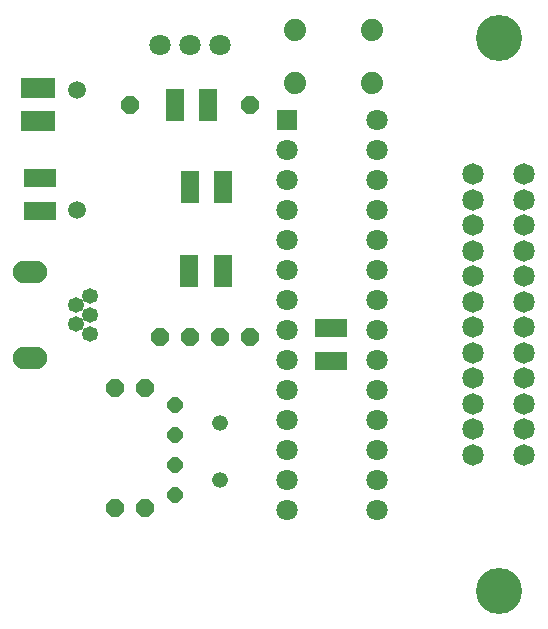
<source format=gbs>
G04 DipTrace 3.3.1.0*
G04 GPIB-USBAR488v1.012Mar2019.GBS*
%MOIN*%
G04 #@! TF.FileFunction,Soldermask,Bot*
G04 #@! TF.Part,Single*
%AMOUTLINE0*
4,1,8,
0.010709,0.025866,
0.025866,0.010709,
0.025866,-0.010709,
0.010709,-0.025866,
-0.010709,-0.025866,
-0.025866,-0.010709,
-0.025866,0.010709,
-0.010709,0.025866,
0.010709,0.025866,
0*%
%AMOUTLINE1*
4,1,8,
-0.010709,-0.025866,
-0.025866,-0.010709,
-0.025866,0.010709,
-0.010709,0.025866,
0.010709,0.025866,
0.025866,0.010709,
0.025866,-0.010709,
0.010709,-0.025866,
-0.010709,-0.025866,
0*%
%AMOUTLINE2*
4,1,8,
0.012629,-0.030487,
-0.012629,-0.030487,
-0.030487,-0.012629,
-0.030487,0.012629,
-0.012629,0.030487,
0.012629,0.030487,
0.030487,0.012629,
0.030487,-0.012629,
0.012629,-0.030487,
0*%
%AMOUTLINE3*
4,1,8,
0.030487,0.012629,
0.030487,-0.012629,
0.012629,-0.030487,
-0.012629,-0.030487,
-0.030487,-0.012629,
-0.030487,0.012629,
-0.012629,0.030487,
0.012629,0.030487,
0.030487,0.012629,
0*%
%AMOUTLINE4*
4,1,8,
0.030486,-0.012625,
0.012625,-0.030486,
-0.012625,-0.030486,
-0.030486,-0.012625,
-0.030486,0.012625,
-0.012625,0.030486,
0.012625,0.030486,
0.030486,0.012625,
0.030486,-0.012625,
0*%
%AMOUTLINE5*
4,1,8,
-0.030486,0.012625,
-0.012625,0.030486,
0.012625,0.030486,
0.030486,0.012625,
0.030486,-0.012625,
0.012625,-0.030486,
-0.012625,-0.030486,
-0.030486,-0.012625,
-0.030486,0.012625,
0*%
%ADD20R,0.106299X0.062992*%
%ADD21R,0.062992X0.106299*%
%ADD27C,0.059055*%
%ADD29C,0.074*%
%ADD37C,0.05216*%
%ADD40C,0.153543*%
%ADD53C,0.071024*%
%ADD55R,0.071024X0.071024*%
%ADD57C,0.071024*%
%ADD63O,0.114331X0.074961*%
%ADD65O,0.055276X0.051339*%
%ADD67C,0.071811*%
%ADD71R,0.114331X0.071024*%
%ADD76OUTLINE0*%
%ADD77OUTLINE1*%
%ADD78OUTLINE2*%
%ADD79OUTLINE3*%
%ADD80OUTLINE4*%
%ADD81OUTLINE5*%
%FSLAX26Y26*%
G04*
G70*
G90*
G75*
G01*
G04 BotMask*
%LPD*%
D76*
X1026693Y1076693D3*
Y1176693D3*
D77*
Y976693D3*
Y876693D3*
D71*
X571575Y2231811D3*
Y2121575D3*
D20*
X576693Y1821575D3*
Y1931811D3*
D21*
X1076693Y1901693D3*
X1186929D3*
X1075407Y1622058D3*
X1185643D3*
D20*
X1546575Y1321575D3*
Y1431811D3*
D21*
X1026693Y2176693D3*
X1136929D3*
D67*
X2191071Y1008976D3*
Y1094016D3*
Y1179055D3*
Y1264094D3*
Y1349134D3*
Y1434173D3*
Y1519213D3*
Y1604252D3*
Y1689291D3*
Y1774331D3*
Y1859370D3*
Y1944409D3*
X2022173D3*
Y1859370D3*
Y1774331D3*
Y1689291D3*
Y1604252D3*
Y1519213D3*
Y1434173D3*
Y1349134D3*
Y1264094D3*
Y1179055D3*
Y1094016D3*
Y1008976D3*
D40*
X2106622Y555433D3*
Y2397953D3*
D65*
X743346Y1539685D3*
X696102Y1508189D3*
X743346Y1476693D3*
X696102Y1445197D3*
X743346Y1413701D3*
D63*
X544528Y1620394D3*
Y1332992D3*
D27*
X701693Y1826693D3*
Y2226693D3*
D78*
X876693Y2176693D3*
X1276693D3*
D79*
X926693Y833226D3*
Y1233226D3*
X826693Y833226D3*
Y1233226D3*
D29*
X1426693Y2426693D3*
X1682693D3*
X1426693Y2248693D3*
X1682693D3*
D80*
X976693Y1401694D3*
X1076693D3*
D57*
X1176693Y2376693D3*
X1076693D3*
X976693D3*
D81*
X1276693Y1401692D3*
X1176693D3*
D55*
X1401693Y2126693D3*
D53*
Y2026693D3*
Y1926693D3*
Y1826693D3*
Y1726693D3*
Y1626693D3*
Y1526693D3*
Y1426693D3*
Y1326693D3*
Y1226693D3*
Y1126693D3*
Y1026693D3*
Y926693D3*
Y826693D3*
X1701693D3*
Y926693D3*
Y1026693D3*
Y1126693D3*
Y1226693D3*
Y1326693D3*
Y1426693D3*
Y1526693D3*
Y1626693D3*
Y1726693D3*
Y1826693D3*
Y1926693D3*
Y2026693D3*
Y2126693D3*
D37*
X1176693Y926693D3*
Y1116693D3*
M02*

</source>
